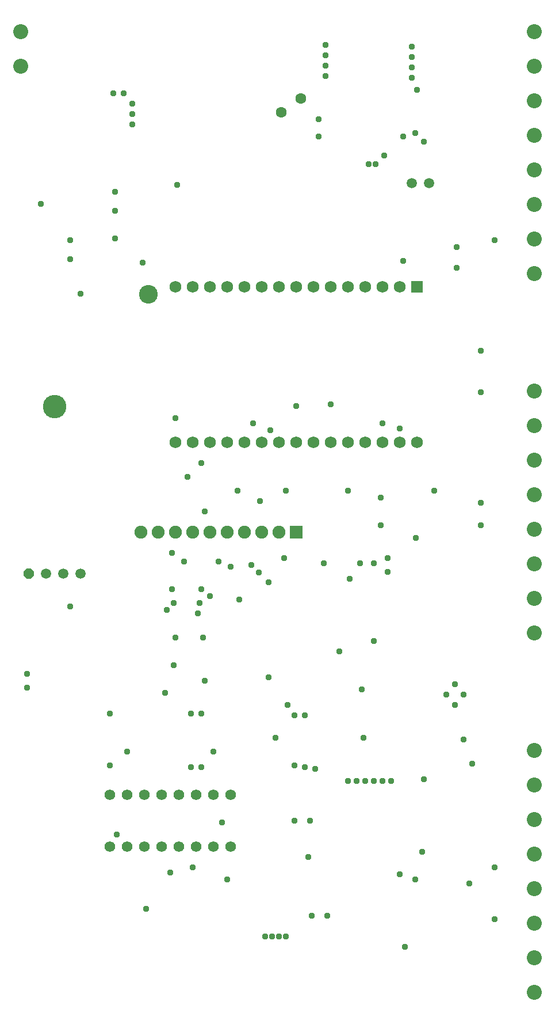
<source format=gbr>
G04 EAGLE Gerber RS-274X export*
G75*
%MOMM*%
%FSLAX34Y34*%
%LPD*%
%INSoldermask Bottom*%
%IPPOS*%
%AMOC8*
5,1,8,0,0,1.08239X$1,22.5*%
G01*
%ADD10C,2.743200*%
%ADD11R,1.727200X1.727200*%
%ADD12C,1.727200*%
%ADD13C,2.203200*%
%ADD14C,1.503200*%
%ADD15C,1.603200*%
%ADD16R,1.908300X1.908300*%
%ADD17C,1.908300*%
%ADD18P,1.635708X8X22.500000*%
%ADD19C,1.511200*%
%ADD20C,3.453200*%
%ADD21C,1.569700*%
%ADD22C,0.959600*%


D10*
X245110Y1126490D03*
D11*
X640080Y1137920D03*
D12*
X614680Y1137920D03*
X589280Y1137920D03*
X563880Y1137920D03*
X538480Y1137920D03*
X513080Y1137920D03*
X487680Y1137920D03*
X462280Y1137920D03*
X436880Y1137920D03*
X411480Y1137920D03*
X386080Y1137920D03*
X360680Y1137920D03*
X335280Y1137920D03*
X309880Y1137920D03*
X284480Y1137920D03*
X640080Y909320D03*
X614680Y909320D03*
X589280Y909320D03*
X563880Y909320D03*
X538480Y909320D03*
X513080Y909320D03*
X487680Y909320D03*
X462280Y909320D03*
X436880Y909320D03*
X411480Y909320D03*
X386080Y909320D03*
X360680Y909320D03*
X335280Y909320D03*
X309880Y909320D03*
X284480Y909320D03*
D13*
X56892Y1512527D03*
X56892Y1461727D03*
D14*
X632660Y1290320D03*
X657660Y1290320D03*
D15*
X468995Y1414658D03*
X440325Y1394582D03*
D16*
X462280Y777240D03*
D17*
X436880Y777240D03*
X411480Y777240D03*
X386080Y777240D03*
X360680Y777240D03*
X335280Y777240D03*
X309880Y777240D03*
X284480Y777240D03*
X259080Y777240D03*
X233680Y777240D03*
D13*
X812796Y984461D03*
X812796Y933661D03*
X812796Y882861D03*
X812796Y832061D03*
X812796Y781261D03*
X812796Y730461D03*
X812796Y679661D03*
X812796Y628861D03*
X812796Y1512527D03*
X812796Y1461727D03*
X812796Y1410927D03*
X812796Y1360127D03*
X812796Y1309327D03*
X812796Y1258527D03*
X812796Y1207727D03*
X812796Y1156927D03*
D18*
X68580Y716280D03*
D19*
X93980Y716280D03*
X119380Y716280D03*
X144780Y716280D03*
D20*
X106680Y961280D03*
D13*
X812796Y456395D03*
X812796Y405595D03*
X812796Y354795D03*
X812796Y303995D03*
X812796Y253195D03*
X812796Y202395D03*
X812796Y151595D03*
X812796Y100795D03*
D21*
X365760Y391160D03*
X340360Y391160D03*
X314960Y391160D03*
X289560Y391160D03*
X264160Y391160D03*
X238760Y391160D03*
X213360Y391160D03*
X187960Y391160D03*
X187960Y314960D03*
X213360Y314960D03*
X238760Y314960D03*
X264160Y314960D03*
X289560Y314960D03*
X314960Y314960D03*
X340360Y314960D03*
X365760Y314960D03*
D22*
X327660Y807720D03*
X502920Y731520D03*
X236220Y1173480D03*
X665480Y838200D03*
X538480Y838200D03*
X129540Y1178560D03*
X129540Y1206500D03*
X144780Y1127760D03*
X195580Y1277620D03*
X193040Y1422400D03*
X208280Y1422400D03*
X220980Y1407160D03*
X220980Y1391920D03*
X220980Y1376680D03*
X195580Y1249680D03*
X195580Y1209040D03*
X375920Y838200D03*
X447040Y838200D03*
X129540Y668020D03*
X66040Y548640D03*
X556260Y731520D03*
X576580Y731520D03*
X596900Y739140D03*
X596900Y718820D03*
X638810Y768734D03*
X640080Y1427480D03*
X495300Y1384300D03*
X495300Y1358900D03*
X568960Y1318260D03*
X579120Y1318260D03*
X591820Y1330960D03*
X505460Y1478280D03*
X505460Y1463040D03*
X505460Y1493520D03*
X505460Y1447800D03*
X632460Y1445260D03*
X632460Y1460500D03*
X632460Y1475740D03*
X632460Y1490980D03*
X650240Y1351280D03*
X637540Y1363980D03*
X619760Y1358900D03*
X698500Y1196340D03*
X525780Y601980D03*
X576580Y617220D03*
X683260Y538480D03*
X695960Y523240D03*
X708660Y538480D03*
X695960Y553720D03*
X281940Y581660D03*
X327660Y558800D03*
X276860Y276860D03*
X416560Y182880D03*
X426720Y182880D03*
X436880Y182880D03*
X447040Y182880D03*
X538480Y411480D03*
X551180Y411480D03*
X563880Y411480D03*
X576580Y411480D03*
X589280Y411480D03*
X601980Y411480D03*
X622300Y167640D03*
X287020Y1287780D03*
X698500Y1165860D03*
X619760Y1176020D03*
X421640Y563880D03*
X365760Y726214D03*
X279400Y746760D03*
X335280Y683260D03*
X269240Y541020D03*
X586740Y787400D03*
X586740Y828040D03*
X66040Y568960D03*
X284480Y622300D03*
X325120Y622300D03*
X513080Y965200D03*
X541020Y708660D03*
X462280Y962660D03*
X322580Y878840D03*
X302260Y858520D03*
X408940Y822960D03*
X284480Y944880D03*
X271780Y662940D03*
X317500Y657860D03*
X734060Y1043940D03*
X734060Y982980D03*
X734060Y820420D03*
X734060Y787400D03*
X754380Y1206500D03*
X347980Y734060D03*
X307340Y510540D03*
X307340Y431800D03*
X353060Y350520D03*
X480060Y299720D03*
X297180Y734060D03*
X449580Y523240D03*
X490220Y429260D03*
X424180Y927100D03*
X614680Y929640D03*
X407670Y717550D03*
X398780Y937260D03*
X589280Y937260D03*
X396240Y728980D03*
X444500Y739140D03*
X421640Y703580D03*
X558800Y546100D03*
X561340Y474980D03*
X754380Y284480D03*
X754380Y208280D03*
X708660Y472440D03*
X86360Y1259840D03*
X431800Y474980D03*
X340360Y454660D03*
X213360Y454660D03*
X485140Y213360D03*
X508000Y213360D03*
X474980Y431800D03*
X474980Y508000D03*
X647700Y307340D03*
X614680Y274320D03*
X378460Y678180D03*
X459740Y508000D03*
X459740Y434340D03*
X482600Y353060D03*
X459740Y353060D03*
X281940Y673100D03*
X320040Y673100D03*
X241300Y223520D03*
X360680Y266700D03*
X309880Y284480D03*
X322580Y510540D03*
X322580Y431800D03*
X187960Y510540D03*
X187960Y434340D03*
X198120Y332740D03*
X717550Y260350D03*
X637540Y266700D03*
X650240Y414020D03*
X721360Y436880D03*
X322580Y693420D03*
X279400Y693420D03*
M02*

</source>
